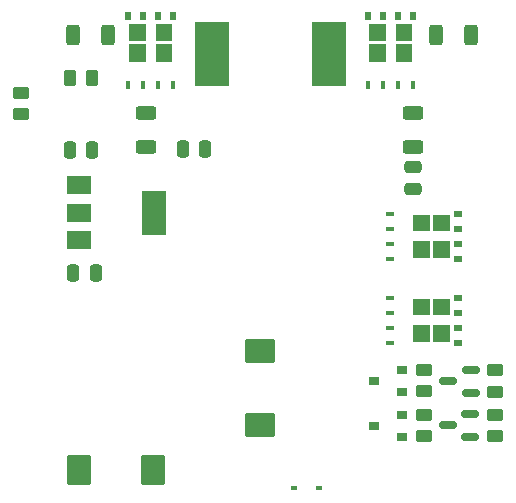
<source format=gbr>
%TF.GenerationSoftware,KiCad,Pcbnew,(6.0.5)*%
%TF.CreationDate,2022-06-14T13:50:17+08:00*%
%TF.ProjectId,V4.0,56342e30-2e6b-4696-9361-645f70636258,rev?*%
%TF.SameCoordinates,Original*%
%TF.FileFunction,Paste,Bot*%
%TF.FilePolarity,Positive*%
%FSLAX46Y46*%
G04 Gerber Fmt 4.6, Leading zero omitted, Abs format (unit mm)*
G04 Created by KiCad (PCBNEW (6.0.5)) date 2022-06-14 13:50:17*
%MOMM*%
%LPD*%
G01*
G04 APERTURE LIST*
G04 Aperture macros list*
%AMRoundRect*
0 Rectangle with rounded corners*
0 $1 Rounding radius*
0 $2 $3 $4 $5 $6 $7 $8 $9 X,Y pos of 4 corners*
0 Add a 4 corners polygon primitive as box body*
4,1,4,$2,$3,$4,$5,$6,$7,$8,$9,$2,$3,0*
0 Add four circle primitives for the rounded corners*
1,1,$1+$1,$2,$3*
1,1,$1+$1,$4,$5*
1,1,$1+$1,$6,$7*
1,1,$1+$1,$8,$9*
0 Add four rect primitives between the rounded corners*
20,1,$1+$1,$2,$3,$4,$5,0*
20,1,$1+$1,$4,$5,$6,$7,0*
20,1,$1+$1,$6,$7,$8,$9,0*
20,1,$1+$1,$8,$9,$2,$3,0*%
G04 Aperture macros list end*
%ADD10RoundRect,0.250000X-0.625000X0.312500X-0.625000X-0.312500X0.625000X-0.312500X0.625000X0.312500X0*%
%ADD11R,0.900000X0.800000*%
%ADD12RoundRect,0.250000X0.250000X0.475000X-0.250000X0.475000X-0.250000X-0.475000X0.250000X-0.475000X0*%
%ADD13R,0.600000X0.450000*%
%ADD14RoundRect,0.250000X-0.787500X-1.025000X0.787500X-1.025000X0.787500X1.025000X-0.787500X1.025000X0*%
%ADD15RoundRect,0.150000X0.587500X0.150000X-0.587500X0.150000X-0.587500X-0.150000X0.587500X-0.150000X0*%
%ADD16R,0.750000X0.400000*%
%ADD17R,0.700000X0.500000*%
%ADD18RoundRect,0.250000X0.625000X-0.312500X0.625000X0.312500X-0.625000X0.312500X-0.625000X-0.312500X0*%
%ADD19R,2.000000X1.500000*%
%ADD20R,2.000000X3.800000*%
%ADD21RoundRect,0.250000X0.450000X-0.262500X0.450000X0.262500X-0.450000X0.262500X-0.450000X-0.262500X0*%
%ADD22RoundRect,0.250000X0.475000X-0.250000X0.475000X0.250000X-0.475000X0.250000X-0.475000X-0.250000X0*%
%ADD23RoundRect,0.250000X-0.312500X-0.625000X0.312500X-0.625000X0.312500X0.625000X-0.312500X0.625000X0*%
%ADD24RoundRect,0.250000X1.025000X-0.787500X1.025000X0.787500X-1.025000X0.787500X-1.025000X-0.787500X0*%
%ADD25RoundRect,0.250000X0.312500X0.625000X-0.312500X0.625000X-0.312500X-0.625000X0.312500X-0.625000X0*%
%ADD26R,0.400000X0.750000*%
%ADD27R,0.500000X0.700000*%
%ADD28R,2.900000X5.400000*%
%ADD29RoundRect,0.250000X0.262500X0.450000X-0.262500X0.450000X-0.262500X-0.450000X0.262500X-0.450000X0*%
G04 APERTURE END LIST*
%TO.C,Q3*%
G36*
X142228000Y-105991000D02*
G01*
X143728000Y-105991000D01*
X143728000Y-104591000D01*
X142228000Y-104591000D01*
X142228000Y-105991000D01*
G37*
G36*
X142228000Y-108261000D02*
G01*
X143728000Y-108261000D01*
X143728000Y-106861000D01*
X142228000Y-106861000D01*
X142228000Y-108261000D01*
G37*
G36*
X140528000Y-105991000D02*
G01*
X142028000Y-105991000D01*
X142028000Y-104591000D01*
X140528000Y-104591000D01*
X140528000Y-105991000D01*
G37*
G36*
X140528000Y-108261000D02*
G01*
X142028000Y-108261000D01*
X142028000Y-106861000D01*
X140528000Y-106861000D01*
X140528000Y-108261000D01*
G37*
%TO.C,Q1*%
G36*
X140528000Y-98879000D02*
G01*
X142028000Y-98879000D01*
X142028000Y-97479000D01*
X140528000Y-97479000D01*
X140528000Y-98879000D01*
G37*
G36*
X140528000Y-101149000D02*
G01*
X142028000Y-101149000D01*
X142028000Y-99749000D01*
X140528000Y-99749000D01*
X140528000Y-101149000D01*
G37*
G36*
X142228000Y-98879000D02*
G01*
X143728000Y-98879000D01*
X143728000Y-97479000D01*
X142228000Y-97479000D01*
X142228000Y-98879000D01*
G37*
G36*
X142228000Y-101149000D02*
G01*
X143728000Y-101149000D01*
X143728000Y-99749000D01*
X142228000Y-99749000D01*
X142228000Y-101149000D01*
G37*
%TO.C,Q2*%
G36*
X138249000Y-84516000D02*
G01*
X136849000Y-84516000D01*
X136849000Y-83016000D01*
X138249000Y-83016000D01*
X138249000Y-84516000D01*
G37*
G36*
X138249000Y-82816000D02*
G01*
X136849000Y-82816000D01*
X136849000Y-81316000D01*
X138249000Y-81316000D01*
X138249000Y-82816000D01*
G37*
G36*
X140519000Y-82816000D02*
G01*
X139119000Y-82816000D01*
X139119000Y-81316000D01*
X140519000Y-81316000D01*
X140519000Y-82816000D01*
G37*
G36*
X140519000Y-84516000D02*
G01*
X139119000Y-84516000D01*
X139119000Y-83016000D01*
X140519000Y-83016000D01*
X140519000Y-84516000D01*
G37*
%TO.C,Q4*%
G36*
X117929000Y-84516000D02*
G01*
X116529000Y-84516000D01*
X116529000Y-83016000D01*
X117929000Y-83016000D01*
X117929000Y-84516000D01*
G37*
G36*
X120199000Y-84516000D02*
G01*
X118799000Y-84516000D01*
X118799000Y-83016000D01*
X120199000Y-83016000D01*
X120199000Y-84516000D01*
G37*
G36*
X120199000Y-82816000D02*
G01*
X118799000Y-82816000D01*
X118799000Y-81316000D01*
X120199000Y-81316000D01*
X120199000Y-82816000D01*
G37*
G36*
X117929000Y-82816000D02*
G01*
X116529000Y-82816000D01*
X116529000Y-81316000D01*
X117929000Y-81316000D01*
X117929000Y-82816000D01*
G37*
%TD*%
D10*
%TO.C,R13*%
X117983000Y-88834500D03*
X117983000Y-91759500D03*
%TD*%
D11*
%TO.C,Q7*%
X139630000Y-110632200D03*
X139630000Y-112532200D03*
X137230000Y-111582200D03*
%TD*%
D12*
%TO.C,C20*%
X113385600Y-92024200D03*
X111485600Y-92024200D03*
%TD*%
D13*
%TO.C,D4*%
X132596600Y-120650000D03*
X130496600Y-120650000D03*
%TD*%
D14*
%TO.C,C3*%
X112330500Y-119126000D03*
X118555500Y-119126000D03*
%TD*%
D15*
%TO.C,Q8*%
X145437862Y-110648200D03*
X145437862Y-112548200D03*
X143562862Y-111598200D03*
%TD*%
D16*
%TO.C,Q3*%
X138578000Y-108331000D03*
X138578000Y-107061000D03*
X138578000Y-105791000D03*
X138578000Y-104521000D03*
D17*
X144403000Y-104521000D03*
X144403000Y-105791000D03*
X144403000Y-108331000D03*
X144403000Y-107061000D03*
%TD*%
D18*
%TO.C,R2*%
X140589000Y-91759500D03*
X140589000Y-88834500D03*
%TD*%
D15*
%TO.C,Q6*%
X145427362Y-114366000D03*
X145427362Y-116266000D03*
X143552362Y-115316000D03*
%TD*%
D12*
%TO.C,C21*%
X113715800Y-102387400D03*
X111815800Y-102387400D03*
%TD*%
D19*
%TO.C,U2*%
X112318400Y-99607400D03*
X112318400Y-97307400D03*
X112318400Y-95007400D03*
D20*
X118618400Y-97307400D03*
%TD*%
D21*
%TO.C,R22*%
X141478000Y-112418500D03*
X141478000Y-110593500D03*
%TD*%
D22*
%TO.C,C9*%
X140589000Y-95311000D03*
X140589000Y-93411000D03*
%TD*%
D23*
%TO.C,R9*%
X111821500Y-82296000D03*
X114746500Y-82296000D03*
%TD*%
D16*
%TO.C,Q1*%
X138578000Y-101219000D03*
X138578000Y-99949000D03*
X138578000Y-98679000D03*
X138578000Y-97409000D03*
D17*
X144403000Y-98679000D03*
X144403000Y-97409000D03*
X144403000Y-101219000D03*
X144403000Y-99949000D03*
%TD*%
D24*
%TO.C,C1*%
X127635000Y-115253500D03*
X127635000Y-109028500D03*
%TD*%
D25*
%TO.C,R1*%
X145480500Y-82296000D03*
X142555500Y-82296000D03*
%TD*%
D26*
%TO.C,Q2*%
X140589000Y-86466000D03*
X139319000Y-86466000D03*
X138049000Y-86466000D03*
X136779000Y-86466000D03*
D27*
X138049000Y-80641000D03*
X136779000Y-80641000D03*
X139319000Y-80641000D03*
X140589000Y-80641000D03*
%TD*%
D28*
%TO.C,L1*%
X133474000Y-83896200D03*
X123574000Y-83896200D03*
%TD*%
D21*
%TO.C,R14*%
X141478000Y-116228500D03*
X141478000Y-114403500D03*
%TD*%
D11*
%TO.C,Q5*%
X139630000Y-114416800D03*
X139630000Y-116316800D03*
X137230000Y-115366800D03*
%TD*%
D12*
%TO.C,C19*%
X122971600Y-91897200D03*
X121071600Y-91897200D03*
%TD*%
D21*
%TO.C,R21*%
X147482562Y-116237900D03*
X147482562Y-114412900D03*
%TD*%
%TO.C,R4*%
X107340400Y-88974300D03*
X107340400Y-87149300D03*
%TD*%
D26*
%TO.C,Q4*%
X120269000Y-86466000D03*
X118999000Y-86466000D03*
X117729000Y-86466000D03*
X116459000Y-86466000D03*
D27*
X117729000Y-80641000D03*
X116459000Y-80641000D03*
X118999000Y-80641000D03*
X120269000Y-80641000D03*
%TD*%
D21*
%TO.C,R23*%
X147537862Y-112494700D03*
X147537862Y-110669700D03*
%TD*%
D29*
%TO.C,R5*%
X113383700Y-85902800D03*
X111558700Y-85902800D03*
%TD*%
M02*

</source>
